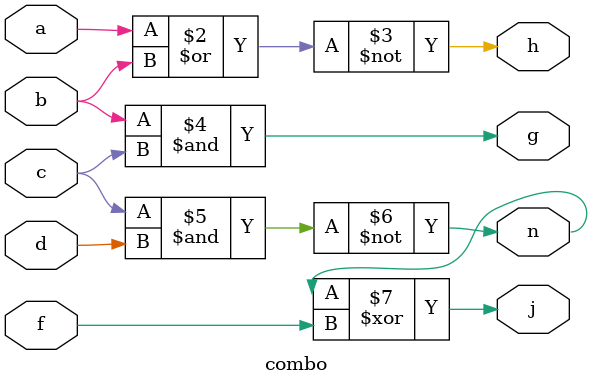
<source format=v>
module top(output wire f,
    input wire a,b,c,d,clk);
// Combinational Logic

wire h, g, n, j, k;
combo U1 (.a(a), .b(b), .c(c), .d(d), .f(f), .h(h), .g(g), .n(n), .j(j));
dff U2 (.D(j), .Q(k),.clk(clk));
m2to1 U3 (.F(f), .H(h), .G(g), .sel(k));

endmodule 
// *********************************
// Flip Flop
// *********************************
// verilator lint_off DECLFILENAME 
module dff ( output reg Q, Qn,
    input wire clk, D);
// verilator lint_on DECLFILENAME 
always @ (posedge clk)
begin
    Q <= D;
    Qn <= ~D;
end
endmodule // dflipflop

// **********************************
// Mux 2to1
// **********************************
module m2to1( input wire H, G, sel,
    output reg F);
always @(H or G or sel)
begin
    F = sel ? H : G;
end
endmodule
// *********************************
// Combinational Logic
// ********************************
module combo ( input a ,b, c, d ,f,
                output reg h, g, n, j);

always @ (a or b or c or d or f) 
begin

    h = ~(a | b); // NOR gate
    g = b & c;  // XOR gate
    n = ~(c & d); // NAND
    j = n ^ f ; // OR
end
endmodule


</source>
